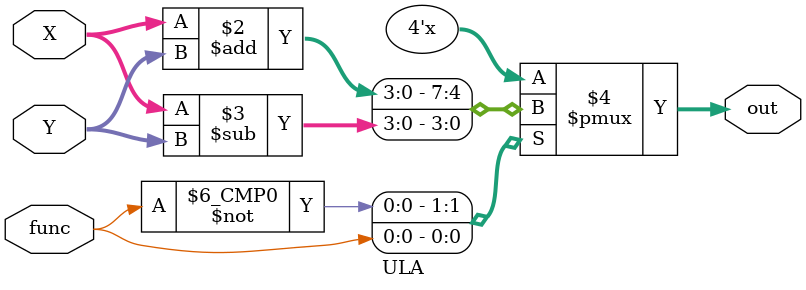
<source format=v>
module ULA(func, X,Y, out);
input wire [3:0] X,Y;
input wire func;
output reg [3:0] out;

parameter ADD = 1'b0;
parameter SUB = 1'b1;

always begin 
	case(func)
		ADD: 
			out <= (X + Y);
		SUB:
			out <= (X - Y);
	endcase
end

endmodule
</source>
